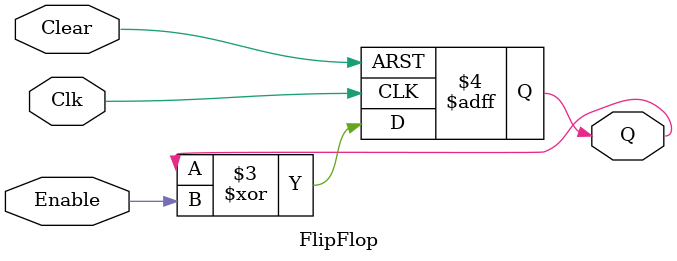
<source format=v>


module FlipFlop( Clk, Clear, Enable, Q);

input Clk;
input Clear;
input Enable;
output  reg Q;




always @( posedge Clk or negedge Clear)
begin

if(~Clear)
begin 
Q<= 1'b0;
end

else
begin 

Q<= Q^ Enable ;
end

end 


  
endmodule

</source>
